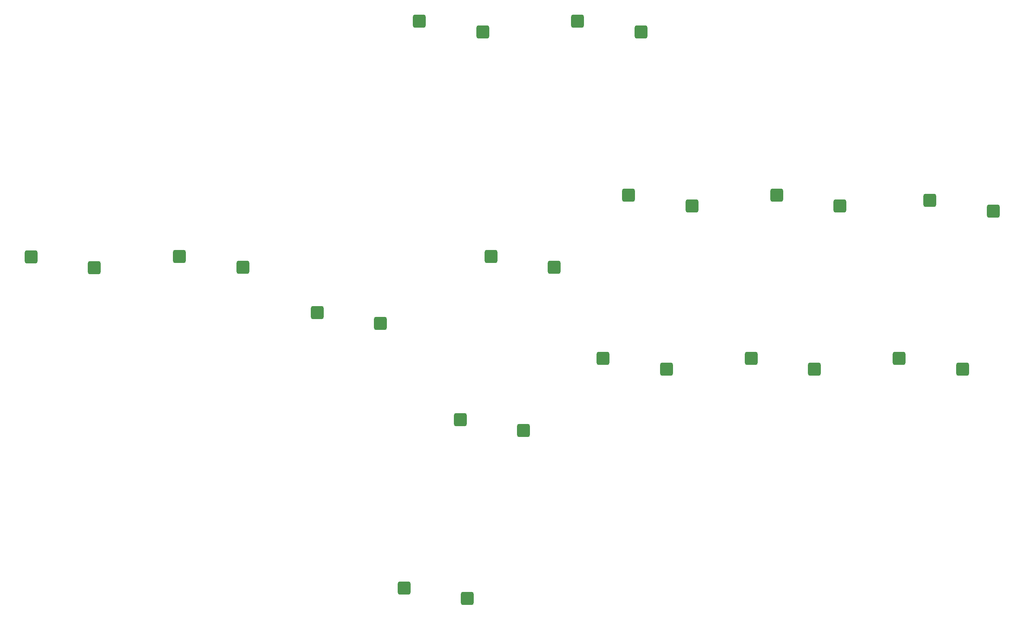
<source format=gbr>
%TF.GenerationSoftware,KiCad,Pcbnew,8.0.5*%
%TF.CreationDate,2024-12-27T20:29:11-05:00*%
%TF.ProjectId,with_usb_wired_v1,77697468-5f75-4736-925f-77697265645f,v1.0.0*%
%TF.SameCoordinates,Original*%
%TF.FileFunction,Paste,Bot*%
%TF.FilePolarity,Positive*%
%FSLAX46Y46*%
G04 Gerber Fmt 4.6, Leading zero omitted, Abs format (unit mm)*
G04 Created by KiCad (PCBNEW 8.0.5) date 2024-12-27 20:29:11*
%MOMM*%
%LPD*%
G01*
G04 APERTURE LIST*
G04 Aperture macros list*
%AMRoundRect*
0 Rectangle with rounded corners*
0 $1 Rounding radius*
0 $2 $3 $4 $5 $6 $7 $8 $9 X,Y pos of 4 corners*
0 Add a 4 corners polygon primitive as box body*
4,1,4,$2,$3,$4,$5,$6,$7,$8,$9,$2,$3,0*
0 Add four circle primitives for the rounded corners*
1,1,$1+$1,$2,$3*
1,1,$1+$1,$4,$5*
1,1,$1+$1,$6,$7*
1,1,$1+$1,$8,$9*
0 Add four rect primitives between the rounded corners*
20,1,$1+$1,$2,$3,$4,$5,0*
20,1,$1+$1,$4,$5,$6,$7,0*
20,1,$1+$1,$6,$7,$8,$9,0*
20,1,$1+$1,$8,$9,$2,$3,0*%
G04 Aperture macros list end*
%ADD10RoundRect,0.520000X0.780000X0.780000X-0.780000X0.780000X-0.780000X-0.780000X0.780000X-0.780000X0*%
G04 APERTURE END LIST*
D10*
%TO.C,S11*%
X307300000Y-158100000D03*
X319700000Y-160200000D03*
%TD*%
%TO.C,S4*%
X210300000Y-203100000D03*
X222700000Y-205200000D03*
%TD*%
%TO.C,S7*%
X249300000Y-158100000D03*
X261700000Y-160200000D03*
%TD*%
%TO.C,S3*%
X193300000Y-149100000D03*
X205700000Y-151200000D03*
%TD*%
%TO.C,S10*%
X283300000Y-126100000D03*
X295700000Y-128200000D03*
%TD*%
%TO.C,S6*%
X227300000Y-138100000D03*
X239700000Y-140200000D03*
%TD*%
%TO.C,S9*%
X278300000Y-158100000D03*
X290700000Y-160200000D03*
%TD*%
%TO.C,S2*%
X166300000Y-138100000D03*
X178700000Y-140200000D03*
%TD*%
%TO.C,S14*%
X244300000Y-92000000D03*
X256700000Y-94100000D03*
%TD*%
%TO.C,S12*%
X313300000Y-127100000D03*
X325700000Y-129200000D03*
%TD*%
%TO.C,S5*%
X221300000Y-170100000D03*
X233700000Y-172200000D03*
%TD*%
%TO.C,S13*%
X213300000Y-92000000D03*
X225700000Y-94100000D03*
%TD*%
%TO.C,S8*%
X254300000Y-126100000D03*
X266700000Y-128200000D03*
%TD*%
%TO.C,S1*%
X137231165Y-138207445D03*
X149631165Y-140307445D03*
%TD*%
M02*

</source>
